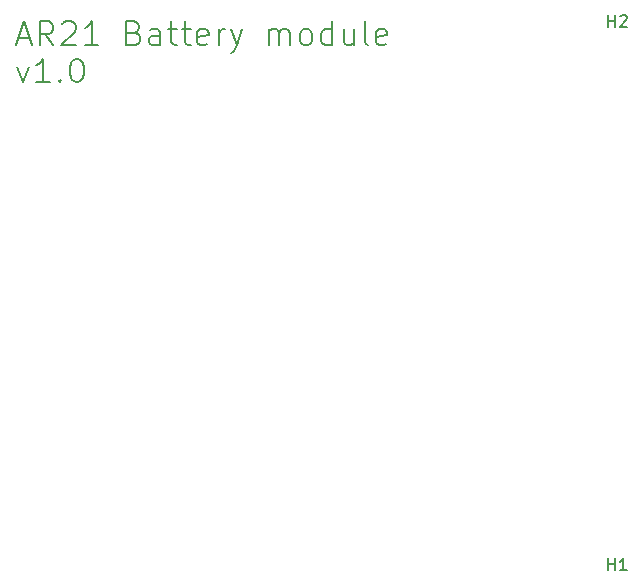
<source format=gbr>
G04 #@! TF.GenerationSoftware,KiCad,Pcbnew,(5.1.6)-1*
G04 #@! TF.CreationDate,2020-12-13T21:15:54+01:00*
G04 #@! TF.ProjectId,AR21_Battery_PCB,41523231-5f42-4617-9474-6572795f5043,rev?*
G04 #@! TF.SameCoordinates,Original*
G04 #@! TF.FileFunction,Legend,Top*
G04 #@! TF.FilePolarity,Positive*
%FSLAX46Y46*%
G04 Gerber Fmt 4.6, Leading zero omitted, Abs format (unit mm)*
G04 Created by KiCad (PCBNEW (5.1.6)-1) date 2020-12-13 21:15:54*
%MOMM*%
%LPD*%
G01*
G04 APERTURE LIST*
%ADD10C,0.150000*%
G04 APERTURE END LIST*
D10*
X89759452Y-81028933D02*
X90711833Y-81028933D01*
X89568976Y-81600361D02*
X90235642Y-79600361D01*
X90902309Y-81600361D01*
X92711833Y-81600361D02*
X92045166Y-80647980D01*
X91568976Y-81600361D02*
X91568976Y-79600361D01*
X92330880Y-79600361D01*
X92521357Y-79695600D01*
X92616595Y-79790838D01*
X92711833Y-79981314D01*
X92711833Y-80267028D01*
X92616595Y-80457504D01*
X92521357Y-80552742D01*
X92330880Y-80647980D01*
X91568976Y-80647980D01*
X93473738Y-79790838D02*
X93568976Y-79695600D01*
X93759452Y-79600361D01*
X94235642Y-79600361D01*
X94426119Y-79695600D01*
X94521357Y-79790838D01*
X94616595Y-79981314D01*
X94616595Y-80171790D01*
X94521357Y-80457504D01*
X93378500Y-81600361D01*
X94616595Y-81600361D01*
X96521357Y-81600361D02*
X95378500Y-81600361D01*
X95949928Y-81600361D02*
X95949928Y-79600361D01*
X95759452Y-79886076D01*
X95568976Y-80076552D01*
X95378500Y-80171790D01*
X99568976Y-80552742D02*
X99854690Y-80647980D01*
X99949928Y-80743219D01*
X100045166Y-80933695D01*
X100045166Y-81219409D01*
X99949928Y-81409885D01*
X99854690Y-81505123D01*
X99664214Y-81600361D01*
X98902309Y-81600361D01*
X98902309Y-79600361D01*
X99568976Y-79600361D01*
X99759452Y-79695600D01*
X99854690Y-79790838D01*
X99949928Y-79981314D01*
X99949928Y-80171790D01*
X99854690Y-80362266D01*
X99759452Y-80457504D01*
X99568976Y-80552742D01*
X98902309Y-80552742D01*
X101759452Y-81600361D02*
X101759452Y-80552742D01*
X101664214Y-80362266D01*
X101473738Y-80267028D01*
X101092785Y-80267028D01*
X100902309Y-80362266D01*
X101759452Y-81505123D02*
X101568976Y-81600361D01*
X101092785Y-81600361D01*
X100902309Y-81505123D01*
X100807071Y-81314647D01*
X100807071Y-81124171D01*
X100902309Y-80933695D01*
X101092785Y-80838457D01*
X101568976Y-80838457D01*
X101759452Y-80743219D01*
X102426119Y-80267028D02*
X103188023Y-80267028D01*
X102711833Y-79600361D02*
X102711833Y-81314647D01*
X102807071Y-81505123D01*
X102997547Y-81600361D01*
X103188023Y-81600361D01*
X103568976Y-80267028D02*
X104330880Y-80267028D01*
X103854690Y-79600361D02*
X103854690Y-81314647D01*
X103949928Y-81505123D01*
X104140404Y-81600361D01*
X104330880Y-81600361D01*
X105759452Y-81505123D02*
X105568976Y-81600361D01*
X105188023Y-81600361D01*
X104997547Y-81505123D01*
X104902309Y-81314647D01*
X104902309Y-80552742D01*
X104997547Y-80362266D01*
X105188023Y-80267028D01*
X105568976Y-80267028D01*
X105759452Y-80362266D01*
X105854690Y-80552742D01*
X105854690Y-80743219D01*
X104902309Y-80933695D01*
X106711833Y-81600361D02*
X106711833Y-80267028D01*
X106711833Y-80647980D02*
X106807071Y-80457504D01*
X106902309Y-80362266D01*
X107092785Y-80267028D01*
X107283261Y-80267028D01*
X107759452Y-80267028D02*
X108235642Y-81600361D01*
X108711833Y-80267028D02*
X108235642Y-81600361D01*
X108045166Y-82076552D01*
X107949928Y-82171790D01*
X107759452Y-82267028D01*
X110997547Y-81600361D02*
X110997547Y-80267028D01*
X110997547Y-80457504D02*
X111092785Y-80362266D01*
X111283261Y-80267028D01*
X111568976Y-80267028D01*
X111759452Y-80362266D01*
X111854690Y-80552742D01*
X111854690Y-81600361D01*
X111854690Y-80552742D02*
X111949928Y-80362266D01*
X112140404Y-80267028D01*
X112426119Y-80267028D01*
X112616595Y-80362266D01*
X112711833Y-80552742D01*
X112711833Y-81600361D01*
X113949928Y-81600361D02*
X113759452Y-81505123D01*
X113664214Y-81409885D01*
X113568976Y-81219409D01*
X113568976Y-80647980D01*
X113664214Y-80457504D01*
X113759452Y-80362266D01*
X113949928Y-80267028D01*
X114235642Y-80267028D01*
X114426119Y-80362266D01*
X114521357Y-80457504D01*
X114616595Y-80647980D01*
X114616595Y-81219409D01*
X114521357Y-81409885D01*
X114426119Y-81505123D01*
X114235642Y-81600361D01*
X113949928Y-81600361D01*
X116330880Y-81600361D02*
X116330880Y-79600361D01*
X116330880Y-81505123D02*
X116140404Y-81600361D01*
X115759452Y-81600361D01*
X115568976Y-81505123D01*
X115473738Y-81409885D01*
X115378500Y-81219409D01*
X115378500Y-80647980D01*
X115473738Y-80457504D01*
X115568976Y-80362266D01*
X115759452Y-80267028D01*
X116140404Y-80267028D01*
X116330880Y-80362266D01*
X118140404Y-80267028D02*
X118140404Y-81600361D01*
X117283261Y-80267028D02*
X117283261Y-81314647D01*
X117378500Y-81505123D01*
X117568976Y-81600361D01*
X117854690Y-81600361D01*
X118045166Y-81505123D01*
X118140404Y-81409885D01*
X119378500Y-81600361D02*
X119188023Y-81505123D01*
X119092785Y-81314647D01*
X119092785Y-79600361D01*
X120902309Y-81505123D02*
X120711833Y-81600361D01*
X120330880Y-81600361D01*
X120140404Y-81505123D01*
X120045166Y-81314647D01*
X120045166Y-80552742D01*
X120140404Y-80362266D01*
X120330880Y-80267028D01*
X120711833Y-80267028D01*
X120902309Y-80362266D01*
X120997547Y-80552742D01*
X120997547Y-80743219D01*
X120045166Y-80933695D01*
X89664214Y-83417028D02*
X90140404Y-84750361D01*
X90616595Y-83417028D01*
X92426119Y-84750361D02*
X91283261Y-84750361D01*
X91854690Y-84750361D02*
X91854690Y-82750361D01*
X91664214Y-83036076D01*
X91473738Y-83226552D01*
X91283261Y-83321790D01*
X93283261Y-84559885D02*
X93378500Y-84655123D01*
X93283261Y-84750361D01*
X93188023Y-84655123D01*
X93283261Y-84559885D01*
X93283261Y-84750361D01*
X94616595Y-82750361D02*
X94807071Y-82750361D01*
X94997547Y-82845600D01*
X95092785Y-82940838D01*
X95188023Y-83131314D01*
X95283261Y-83512266D01*
X95283261Y-83988457D01*
X95188023Y-84369409D01*
X95092785Y-84559885D01*
X94997547Y-84655123D01*
X94807071Y-84750361D01*
X94616595Y-84750361D01*
X94426119Y-84655123D01*
X94330880Y-84559885D01*
X94235642Y-84369409D01*
X94140404Y-83988457D01*
X94140404Y-83512266D01*
X94235642Y-83131314D01*
X94330880Y-82940838D01*
X94426119Y-82845600D01*
X94616595Y-82750361D01*
X139700095Y-80060380D02*
X139700095Y-79060380D01*
X139700095Y-79536571D02*
X140271523Y-79536571D01*
X140271523Y-80060380D02*
X140271523Y-79060380D01*
X140700095Y-79155619D02*
X140747714Y-79108000D01*
X140842952Y-79060380D01*
X141081047Y-79060380D01*
X141176285Y-79108000D01*
X141223904Y-79155619D01*
X141271523Y-79250857D01*
X141271523Y-79346095D01*
X141223904Y-79488952D01*
X140652476Y-80060380D01*
X141271523Y-80060380D01*
X139700095Y-126060380D02*
X139700095Y-125060380D01*
X139700095Y-125536571D02*
X140271523Y-125536571D01*
X140271523Y-126060380D02*
X140271523Y-125060380D01*
X141271523Y-126060380D02*
X140700095Y-126060380D01*
X140985809Y-126060380D02*
X140985809Y-125060380D01*
X140890571Y-125203238D01*
X140795333Y-125298476D01*
X140700095Y-125346095D01*
M02*

</source>
